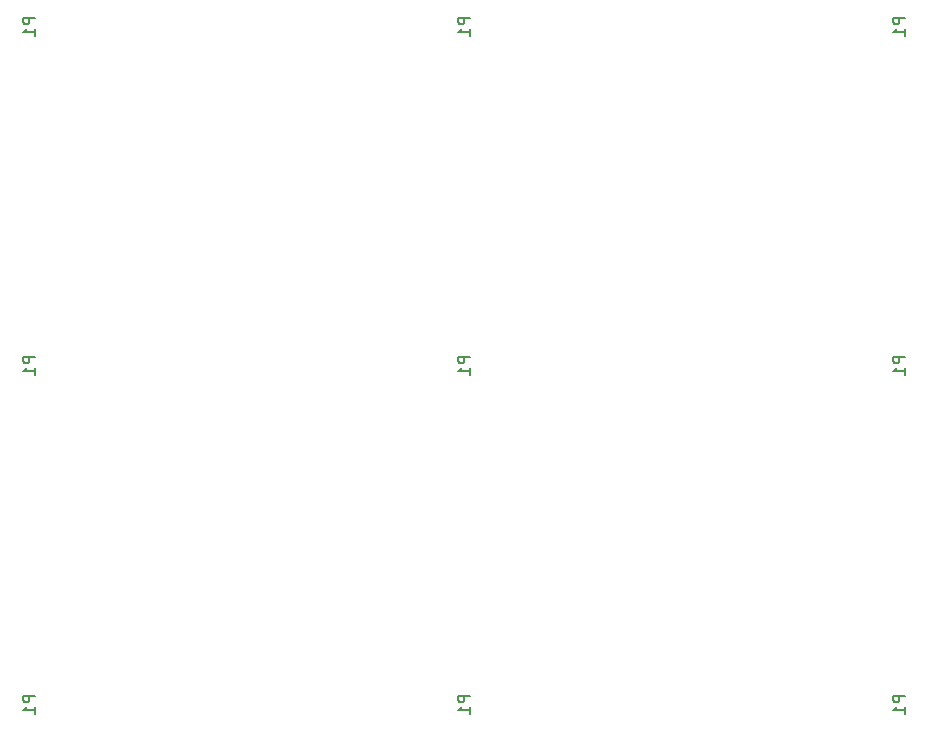
<source format=gbo>
G04 #@! TF.FileFunction,Legend,Bot*
%FSLAX46Y46*%
G04 Gerber Fmt 4.6, Leading zero omitted, Abs format (unit mm)*
G04 Created by KiCad (PCBNEW 4.0.5+dfsg1-4) date Fri May 29 23:18:48 2020*
%MOMM*%
%LPD*%
G01*
G04 APERTURE LIST*
%ADD10C,0.100000*%
%ADD11C,0.150000*%
G04 APERTURE END LIST*
D10*
D11*
X148387381Y-86383905D02*
X147387381Y-86383905D01*
X147387381Y-86764858D01*
X147435000Y-86860096D01*
X147482619Y-86907715D01*
X147577857Y-86955334D01*
X147720714Y-86955334D01*
X147815952Y-86907715D01*
X147863571Y-86860096D01*
X147911190Y-86764858D01*
X147911190Y-86383905D01*
X148387381Y-87907715D02*
X148387381Y-87336286D01*
X148387381Y-87622000D02*
X147387381Y-87622000D01*
X147530238Y-87526762D01*
X147625476Y-87431524D01*
X147673095Y-87336286D01*
X111557381Y-86383905D02*
X110557381Y-86383905D01*
X110557381Y-86764858D01*
X110605000Y-86860096D01*
X110652619Y-86907715D01*
X110747857Y-86955334D01*
X110890714Y-86955334D01*
X110985952Y-86907715D01*
X111033571Y-86860096D01*
X111081190Y-86764858D01*
X111081190Y-86383905D01*
X111557381Y-87907715D02*
X111557381Y-87336286D01*
X111557381Y-87622000D02*
X110557381Y-87622000D01*
X110700238Y-87526762D01*
X110795476Y-87431524D01*
X110843095Y-87336286D01*
X185217381Y-86383905D02*
X184217381Y-86383905D01*
X184217381Y-86764858D01*
X184265000Y-86860096D01*
X184312619Y-86907715D01*
X184407857Y-86955334D01*
X184550714Y-86955334D01*
X184645952Y-86907715D01*
X184693571Y-86860096D01*
X184741190Y-86764858D01*
X184741190Y-86383905D01*
X185217381Y-87907715D02*
X185217381Y-87336286D01*
X185217381Y-87622000D02*
X184217381Y-87622000D01*
X184360238Y-87526762D01*
X184455476Y-87431524D01*
X184503095Y-87336286D01*
X111557381Y-115085905D02*
X110557381Y-115085905D01*
X110557381Y-115466858D01*
X110605000Y-115562096D01*
X110652619Y-115609715D01*
X110747857Y-115657334D01*
X110890714Y-115657334D01*
X110985952Y-115609715D01*
X111033571Y-115562096D01*
X111081190Y-115466858D01*
X111081190Y-115085905D01*
X111557381Y-116609715D02*
X111557381Y-116038286D01*
X111557381Y-116324000D02*
X110557381Y-116324000D01*
X110700238Y-116228762D01*
X110795476Y-116133524D01*
X110843095Y-116038286D01*
X111557381Y-143787905D02*
X110557381Y-143787905D01*
X110557381Y-144168858D01*
X110605000Y-144264096D01*
X110652619Y-144311715D01*
X110747857Y-144359334D01*
X110890714Y-144359334D01*
X110985952Y-144311715D01*
X111033571Y-144264096D01*
X111081190Y-144168858D01*
X111081190Y-143787905D01*
X111557381Y-145311715D02*
X111557381Y-144740286D01*
X111557381Y-145026000D02*
X110557381Y-145026000D01*
X110700238Y-144930762D01*
X110795476Y-144835524D01*
X110843095Y-144740286D01*
X185217381Y-143787905D02*
X184217381Y-143787905D01*
X184217381Y-144168858D01*
X184265000Y-144264096D01*
X184312619Y-144311715D01*
X184407857Y-144359334D01*
X184550714Y-144359334D01*
X184645952Y-144311715D01*
X184693571Y-144264096D01*
X184741190Y-144168858D01*
X184741190Y-143787905D01*
X185217381Y-145311715D02*
X185217381Y-144740286D01*
X185217381Y-145026000D02*
X184217381Y-145026000D01*
X184360238Y-144930762D01*
X184455476Y-144835524D01*
X184503095Y-144740286D01*
X148387381Y-143787905D02*
X147387381Y-143787905D01*
X147387381Y-144168858D01*
X147435000Y-144264096D01*
X147482619Y-144311715D01*
X147577857Y-144359334D01*
X147720714Y-144359334D01*
X147815952Y-144311715D01*
X147863571Y-144264096D01*
X147911190Y-144168858D01*
X147911190Y-143787905D01*
X148387381Y-145311715D02*
X148387381Y-144740286D01*
X148387381Y-145026000D02*
X147387381Y-145026000D01*
X147530238Y-144930762D01*
X147625476Y-144835524D01*
X147673095Y-144740286D01*
X185217381Y-115085905D02*
X184217381Y-115085905D01*
X184217381Y-115466858D01*
X184265000Y-115562096D01*
X184312619Y-115609715D01*
X184407857Y-115657334D01*
X184550714Y-115657334D01*
X184645952Y-115609715D01*
X184693571Y-115562096D01*
X184741190Y-115466858D01*
X184741190Y-115085905D01*
X185217381Y-116609715D02*
X185217381Y-116038286D01*
X185217381Y-116324000D02*
X184217381Y-116324000D01*
X184360238Y-116228762D01*
X184455476Y-116133524D01*
X184503095Y-116038286D01*
X148387381Y-115085905D02*
X147387381Y-115085905D01*
X147387381Y-115466858D01*
X147435000Y-115562096D01*
X147482619Y-115609715D01*
X147577857Y-115657334D01*
X147720714Y-115657334D01*
X147815952Y-115609715D01*
X147863571Y-115562096D01*
X147911190Y-115466858D01*
X147911190Y-115085905D01*
X148387381Y-116609715D02*
X148387381Y-116038286D01*
X148387381Y-116324000D02*
X147387381Y-116324000D01*
X147530238Y-116228762D01*
X147625476Y-116133524D01*
X147673095Y-116038286D01*
M02*

</source>
